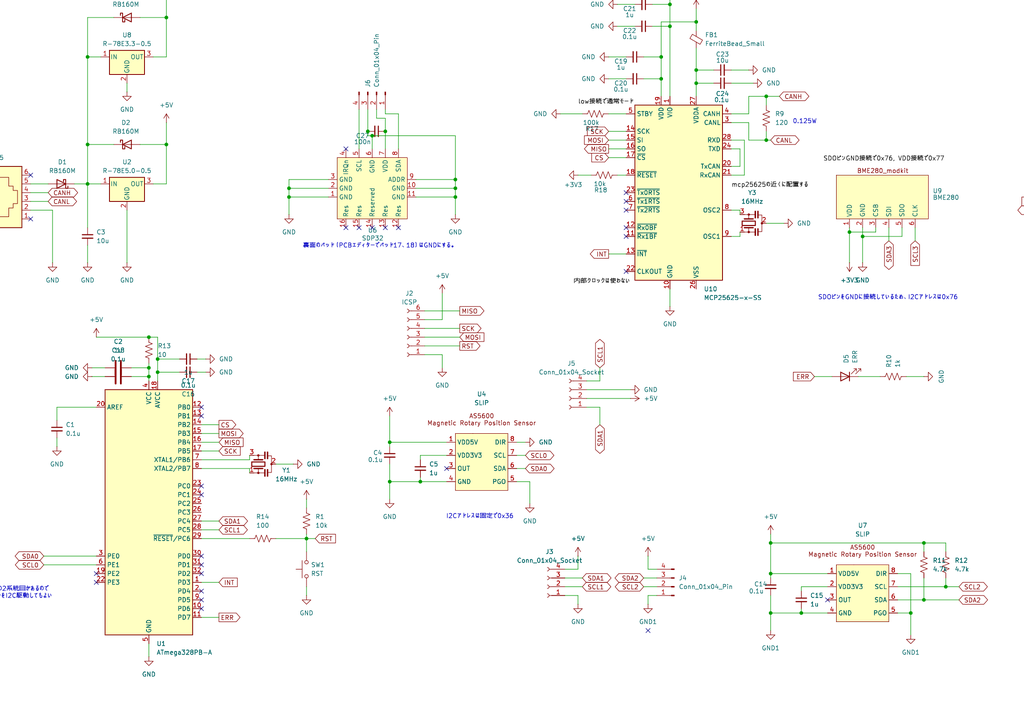
<source format=kicad_sch>
(kicad_sch (version 20250114) (generator "eeschema") (generator_version "9.0")
  (paper "A4")
  (lib_symbols
    (symbol "Connector:Conn_01x04_Pin" (pin_names (offset 1.016) (hide yes))
      (property "Reference" "J" (at 0 5.08 0))
      (property "Value" "Conn_01x04_Pin" (at 0 -7.62 0))
      (symbol "Conn_01x04_Pin_1_1"
        (pin passive line (at 5.08 2.54 180) (length 3.81) (name "Pin_1") (number "1"))
        (pin passive line (at 5.08 0 180) (length 3.81) (name "Pin_2") (number "2"))
        (pin passive line (at 5.08 -2.54 180) (length 3.81) (name "Pin_3") (number "3"))
        (pin passive line (at 5.08 -5.08 180) (length 3.81) (name "Pin_4") (number "4"))
      )
    )
    (symbol "Connector:Conn_01x04_Socket" (pin_names (offset 1.016) (hide yes))
      (property "Reference" "J" (at 0 5.08 0))
      (property "Value" "Conn_01x04_Socket" (at 0 -7.62 0))
      (symbol "Conn_01x04_Socket_1_1"
        (pin passive line (at -5.08 2.54 0) (length 3.81) (name "Pin_1") (number "1"))
        (pin passive line (at -5.08 0 0) (length 3.81) (name "Pin_2") (number "2"))
        (pin passive line (at -5.08 -2.54 0) (length 3.81) (name "Pin_3") (number "3"))
        (pin passive line (at -5.08 -5.08 0) (length 3.81) (name "Pin_4") (number "4"))
      )
    )
    (symbol "Connector:Conn_01x06_Socket" (pin_names (offset 1.016) (hide yes))
      (property "Reference" "J" (at 0 7.62 0))
      (property "Value" "Conn_01x06_Socket" (at 0 -10.16 0))
      (symbol "Conn_01x06_Socket_1_1"
        (pin passive line (at -5.08 5.08 0) (length 3.81) (name "Pin_1") (number "1"))
        (pin passive line (at -5.08 2.54 0) (length 3.81) (name "Pin_2") (number "2"))
        (pin passive line (at -5.08 0 0) (length 3.81) (name "Pin_3") (number "3"))
        (pin passive line (at -5.08 -2.54 0) (length 3.81) (name "Pin_4") (number "4"))
        (pin passive line (at -5.08 -5.08 0) (length 3.81) (name "Pin_5") (number "5"))
        (pin passive line (at -5.08 -7.62 0) (length 3.81) (name "Pin_6") (number "6"))
      )
    )
    (symbol "Connector:RJ25" (pin_names (offset 1.016))
      (property "Reference" "J" (at -5.08 11.43 0))
      (property "Value" "RJ25" (at 2.54 11.43 0))
      (symbol "RJ25_1_1"
        (pin passive line (at 10.16 7.62 180) (length 2.54) (name "~") (number "6"))
        (pin passive line (at 10.16 5.08 180) (length 2.54) (name "~") (number "5"))
        (pin passive line (at 10.16 2.54 180) (length 2.54) (name "~") (number "4"))
        (pin passive line (at 10.16 0 180) (length 2.54) (name "~") (number "3"))
        (pin passive line (at 10.16 -2.54 180) (length 2.54) (name "~") (number "2"))
        (pin passive line (at 10.16 -5.08 180) (length 2.54) (name "~") (number "1"))
      )
    )
    (symbol "Device:C" (pin_numbers (hide yes)) (pin_names (offset 0.254))
      (property "Reference" "C" (at 0.635 2.54 0))
      (property "Value" "C" (at 0.635 -2.54 0))
      (symbol "C_1_1"
        (pin passive line (at 0 3.81 270) (length 2.794) (name "~") (number "1"))
        (pin passive line (at 0 -3.81 90) (length 2.794) (name "~") (number "2"))
      )
    )
    (symbol "Device:C_Small" (pin_numbers (hide yes)) (pin_names (offset 0.254) (hide yes))
      (property "Reference" "C" (at 0.254 1.778 0))
      (property "Value" "C_Small" (at 0.254 -2.032 0))
      (symbol "C_Small_1_1"
        (pin passive line (at 0 2.54 270) (length 2.032) (name "~") (number "1"))
        (pin passive line (at 0 -2.54 90) (length 2.032) (name "~") (number "2"))
      )
    )
    (symbol "Device:D_Schottky" (pin_numbers (hide yes)) (pin_names (offset 1.016) (hide yes))
      (property "Reference" "D" (at 0 2.54 0))
      (property "Value" "D_Schottky" (at 0 -2.54 0))
      (symbol "D_Schottky_1_1"
        (pin passive line (at -3.81 0 0) (length 2.54) (name "K") (number "1"))
        (pin passive line (at 3.81 0 180) (length 2.54) (name "A") (number "2"))
      )
    )
    (symbol "Device:FerriteBead_Small" (pin_numbers (hide yes)) (pin_names (offset 0))
      (property "Reference" "FB" (at 1.905 1.27 0))
      (property "Value" "FerriteBead_Small" (at 1.905 -1.27 0))
      (symbol "FerriteBead_Small_1_1"
        (pin passive line (at 0 2.54 270) (length 1.27) (name "~") (number "1"))
        (pin passive line (at 0 -2.54 90) (length 1.27) (name "~") (number "2"))
      )
    )
    (symbol "Device:LED" (pin_numbers (hide yes)) (pin_names (offset 1.016) (hide yes))
      (property "Reference" "D" (at 0 2.54 0))
      (property "Value" "LED" (at 0 -2.54 0))
      (symbol "LED_1_1"
        (pin passive line (at -3.81 0 0) (length 2.54) (name "K") (number "1"))
        (pin passive line (at 3.81 0 180) (length 2.54) (name "A") (number "2"))
      )
    )
    (symbol "Device:R_US" (pin_numbers (hide yes)) (pin_names (offset 0))
      (property "Reference" "R" (at 2.54 0 90))
      (property "Value" "R_US" (at -2.54 0 90))
      (symbol "R_US_1_1"
        (pin passive line (at 0 3.81 270) (length 1.27) (name "~") (number "1"))
        (pin passive line (at 0 -3.81 90) (length 1.27) (name "~") (number "2"))
      )
    )
    (symbol "Device:Resonator_Small" (pin_names (offset 1.016) (hide yes))
      (property "Reference" "Y" (at 3.175 1.905 0))
      (property "Value" "Resonator_Small" (at 3.175 0 0))
      (symbol "Resonator_Small_1_1"
        (pin passive line (at -2.54 2.54 270) (length 1.27) (name "1") (number "1"))
        (pin passive line (at 0 -5.08 90) (length 1.27) (name "2") (number "2"))
        (pin passive line (at 2.54 2.54 270) (length 1.27) (name "3") (number "3"))
      )
    )
    (symbol "Interface_CAN_LIN:MCP25625-x-SS"
      (property "Reference" "U" (at -11.43 26.67 0))
      (property "Value" "MCP25625-x-SS" (at 15.24 26.67 0))
      (symbol "MCP25625-x-SS_1_1"
        (pin input line (at -15.24 22.86 0) (length 2.54) (name "STBY") (number "5"))
        (pin input line (at -15.24 17.78 0) (length 2.54) (name "SCK") (number "14"))
        (pin input line (at -15.24 15.24 0) (length 2.54) (name "SI") (number "15"))
        (pin output line (at -15.24 12.7 0) (length 2.54) (name "SO") (number "16"))
        (pin input line (at -15.24 10.16 0) (length 2.54) (name "~{CS}") (number "17"))
        (pin input line (at -15.24 5.08 0) (length 2.54) (name "~{RESET}") (number "18"))
        (pin input line (at -15.24 0 0) (length 2.54) (name "~{Tx0RTS}") (number "23"))
        (pin input line (at -15.24 -2.54 0) (length 2.54) (name "~{Tx1RTS}") (number "6"))
        (pin input line (at -15.24 -5.08 0) (length 2.54) (name "~{Tx2RTS}") (number "7"))
        (pin output line (at -15.24 -10.16 0) (length 2.54) (name "~{Rx0BF}") (number "12"))
        (pin output line (at -15.24 -12.7 0) (length 2.54) (name "~{Rx1BF}") (number "11"))
        (pin output line (at -15.24 -17.78 0) (length 2.54) (name "~{INT}") (number "13"))
        (pin output line (at -15.24 -22.86 0) (length 2.54) (name "CLKOUT") (number "22"))
        (pin power_in line (at -5.08 27.94 270) (length 2.54) (name "VDD") (number "19"))
        (pin power_in line (at -2.54 27.94 270) (length 2.54) (name "VIO") (number "1"))
        (pin power_in line (at -2.54 -27.94 90) (length 2.54) (name "GND") (number "10"))
        (pin power_in line (at 5.08 27.94 270) (length 2.54) (name "VDDA") (number "27"))
        (pin power_in line (at 5.08 -27.94 90) (length 2.54) (name "VSS") (number "26"))
        (pin no_connect line (at 12.7 -15.24 180) (length 2.54) (hide yes) (name "NC") (number "2"))
        (pin no_connect line (at 12.7 -17.78 180) (length 2.54) (hide yes) (name "NC") (number "25"))
        (pin bidirectional line (at 15.24 22.86 180) (length 2.54) (name "CANH") (number "4"))
        (pin bidirectional line (at 15.24 20.32 180) (length 2.54) (name "CANL") (number "3"))
        (pin output line (at 15.24 15.24 180) (length 2.54) (name "RXD") (number "28"))
        (pin input line (at 15.24 12.7 180) (length 2.54) (name "TXD") (number "24"))
        (pin output line (at 15.24 7.62 180) (length 2.54) (name "TxCAN") (number "20"))
        (pin input line (at 15.24 5.08 180) (length 2.54) (name "RxCAN") (number "21"))
        (pin output line (at 15.24 -5.08 180) (length 2.54) (name "OSC2") (number "8"))
        (pin input line (at 15.24 -12.7 180) (length 2.54) (name "OSC1") (number "9"))
      )
    )
    (symbol "KUBTSS:FXMA2102"
      (property "Reference" "U" (at 0 1.778 0))
      (symbol "FXMA2102_1_1"
        (pin input line (at -7.62 -10.16 0) (length 2.54) (name "A0") (number "2"))
        (pin input line (at -7.62 -12.7 0) (length 2.54) (name "A1") (number "3"))
        (pin input line (at -7.62 -17.78 0) (length 2.54) (name "OE") (number "５"))
        (pin input line (at -2.54 0 270) (length 2.54) (name "VCCA") (number "1"))
        (pin input line (at 0 -22.86 90) (length 2.54) (name "GND") (number "4"))
        (pin input line (at 2.54 0 270) (length 2.54) (name "VCCB") (number "8"))
        (pin input line (at 7.62 -10.16 180) (length 2.54) (name "B0") (number "6"))
        (pin input line (at 7.62 -12.7 180) (length 2.54) (name "B1") (number "7"))
      )
    )
    (symbol "KUBTSS:SDP32"
      (property "Reference" "U" (at 0 14.986 0))
      (symbol "SDP32_1_1"
        (pin input line (at -12.7 1.27 0) (length 2.54) (name "GND") (number "3"))
        (pin input line (at -12.7 -1.27 0) (length 2.54) (name "GND") (number "2"))
        (pin input line (at -12.7 -3.81 0) (length 2.54) (name "GND") (number "1"))
        (pin input line (at -7.62 10.16 270) (length 2.54) (name "IRQn") (number "4"))
        (pin input line (at -7.62 -12.7 90) (length 2.54) (name "Res") (number "16"))
        (pin input line (at -3.81 10.16 270) (length 2.54) (name "SCL") (number "5"))
        (pin input line (at -3.81 -12.7 90) (length 2.54) (name "Res") (number "15"))
        (pin input line (at 0 10.16 270) (length 2.54) (name "GND") (number "6"))
        (pin input line (at 0 -12.7 90) (length 2.54) (name "Reserved") (number "14"))
        (pin input line (at 3.81 10.16 270) (length 2.54) (name "VDD") (number "7"))
        (pin input line (at 3.81 -12.7 90) (length 2.54) (name "Res") (number "13"))
        (pin input line (at 7.62 10.16 270) (length 2.54) (name "SDA") (number "8"))
        (pin input line (at 7.62 -12.7 90) (length 2.54) (name "Res") (number "12"))
        (pin input line (at 12.7 1.27 180) (length 2.54) (name "ADDR") (number "9"))
        (pin input line (at 12.7 -1.27 180) (length 2.54) (name "GND") (number "10"))
        (pin input line (at 12.7 -3.81 180) (length 2.54) (name "GND") (number "11"))
      )
    )
    (symbol "KUBTSS_parts:AS5600"
      (property "Reference" "U" (at 0 13.716 0))
      (symbol "AS5600_1_1"
        (text "AS5600\nMagnetic Rotary Position Sensor" (at 0 10.414 0) (effects (font (size 1.27 1.27))))
        (pin input line (at -10.16 3.81 0) (length 2.54) (name "VDD5V") (number "1"))
        (pin input line (at -10.16 0 0) (length 2.54) (name "VDD3V3") (number "2"))
        (pin input line (at -10.16 -3.81 0) (length 2.54) (name "OUT") (number "3"))
        (pin input line (at -10.16 -7.62 0) (length 2.54) (name "GND") (number "4"))
        (pin input line (at 10.16 3.81 180) (length 2.54) (name "DIR") (number "8"))
        (pin input line (at 10.16 0 180) (length 2.54) (name "SCL") (number "7"))
        (pin input line (at 10.16 -3.81 180) (length 2.54) (name "SDA") (number "6"))
        (pin input line (at 10.16 -7.62 180) (length 2.54) (name "PGO") (number "5"))
      )
    )
    (symbol "KUBTSS_parts:Temp_AE-BME280"
      (property "Reference" "U" (at 0 12.192 0))
      (symbol "Temp_AE-BME280_1_1"
        (text "BME280_modkit" (at -0.508 10.16 0) (effects (font (size 1.27 1.27))))
        (pin input line (at -10.16 -6.35 90) (length 2.54) (name "VDD") (number "1"))
        (pin input line (at -6.35 -6.35 90) (length 2.54) (name "GND") (number "2"))
        (pin input line (at -2.54 -6.35 90) (length 2.54) (name "CSB") (number "3"))
        (pin input line (at 1.27 -6.35 90) (length 2.54) (name "SDI") (number "4"))
        (pin input line (at 5.08 -6.35 90) (length 2.54) (name "SDO") (number "5"))
        (pin input line (at 8.89 -6.35 90) (length 2.54) (name "CLK") (number "6"))
      )
    )
    (symbol "MCU_Microchip_ATmega:ATmega328PB-A"
      (property "Reference" "U" (at -12.7 36.83 0))
      (property "Value" "ATmega328PB-A" (at 2.54 -36.83 0))
      (symbol "ATmega328PB-A_1_1"
        (pin passive line (at -15.24 30.48 0) (length 2.54) (name "AREF") (number "20"))
        (pin bidirectional line (at -15.24 -12.7 0) (length 2.54) (name "PE0") (number "3"))
        (pin bidirectional line (at -15.24 -15.24 0) (length 2.54) (name "PE1") (number "6"))
        (pin bidirectional line (at -15.24 -17.78 0) (length 2.54) (name "PE2") (number "19"))
        (pin bidirectional line (at -15.24 -20.32 0) (length 2.54) (name "PE3") (number "22"))
        (pin power_in line (at 0 38.1 270) (length 2.54) (name "VCC") (number "4"))
        (pin passive line (at 0 -38.1 90) (length 2.54) (hide yes) (name "GND") (number "21"))
        (pin power_in line (at 0 -38.1 90) (length 2.54) (name "GND") (number "5"))
        (pin power_in line (at 2.54 38.1 270) (length 2.54) (name "AVCC") (number "18"))
        (pin bidirectional line (at 15.24 30.48 180) (length 2.54) (name "PB0") (number "12"))
        (pin bidirectional line (at 15.24 27.94 180) (length 2.54) (name "PB1") (number "13"))
        (pin bidirectional line (at 15.24 25.4 180) (length 2.54) (name "PB2") (number "14"))
        (pin bidirectional line (at 15.24 22.86 180) (length 2.54) (name "PB3") (number "15"))
        (pin bidirectional line (at 15.24 20.32 180) (length 2.54) (name "PB4") (number "16"))
        (pin bidirectional line (at 15.24 17.78 180) (length 2.54) (name "PB5") (number "17"))
        (pin bidirectional line (at 15.24 15.24 180) (length 2.54) (name "XTAL1/PB6") (number "7"))
        (pin bidirectional line (at 15.24 12.7 180) (length 2.54) (name "XTAL2/PB7") (number "8"))
        (pin bidirectional line (at 15.24 7.62 180) (length 2.54) (name "PC0") (number "23"))
        (pin bidirectional line (at 15.24 5.08 180) (length 2.54) (name "PC1") (number "24"))
        (pin bidirectional line (at 15.24 2.54 180) (length 2.54) (name "PC2") (number "25"))
        (pin bidirectional line (at 15.24 0 180) (length 2.54) (name "PC3") (number "26"))
        (pin bidirectional line (at 15.24 -2.54 180) (length 2.54) (name "PC4") (number "27"))
        (pin bidirectional line (at 15.24 -5.08 180) (length 2.54) (name "PC5") (number "28"))
        (pin bidirectional line (at 15.24 -7.62 180) (length 2.54) (name "~{RESET}/PC6") (number "29"))
        (pin bidirectional line (at 15.24 -12.7 180) (length 2.54) (name "PD0") (number "30"))
        (pin bidirectional line (at 15.24 -15.24 180) (length 2.54) (name "PD1") (number "31"))
        (pin bidirectional line (at 15.24 -17.78 180) (length 2.54) (name "PD2") (number "32"))
        (pin bidirectional line (at 15.24 -20.32 180) (length 2.54) (name "PD3") (number "1"))
        (pin bidirectional line (at 15.24 -22.86 180) (length 2.54) (name "PD4") (number "2"))
        (pin bidirectional line (at 15.24 -25.4 180) (length 2.54) (name "PD5") (number "9"))
        (pin bidirectional line (at 15.24 -27.94 180) (length 2.54) (name "PD6") (number "10"))
        (pin bidirectional line (at 15.24 -30.48 180) (length 2.54) (name "PD7") (number "11"))
      )
    )
    (symbol "Regulator_Switching:R-78E5.0-0.5" (pin_names (offset 0.254))
      (property "Reference" "U" (at -3.81 3.175 0))
      (property "Value" "R-78E5.0-0.5" (at 0 3.175 0))
      (symbol "R-78E5.0-0.5_1_1"
        (pin power_in line (at -7.62 0 0) (length 2.54) (name "IN") (number "1"))
        (pin power_in line (at 0 -7.62 90) (length 2.54) (name "GND") (number "2"))
        (pin power_out line (at 7.62 0 180) (length 2.54) (name "OUT") (number "3"))
      )
    )
    (symbol "Switch:SW_Push" (pin_numbers (hide yes)) (pin_names (offset 1.016) (hide yes))
      (property "Reference" "SW" (at 1.27 2.54 0))
      (property "Value" "SW_Push" (at 0 -1.524 0))
      (symbol "SW_Push_0_1"
        (pin passive line (at -5.08 0 0) (length 2.54) (name "1") (number "1"))
        (pin passive line (at 5.08 0 180) (length 2.54) (name "2") (number "2"))
      )
    )
    (symbol "power:+3V3" (power) (pin_numbers (hide yes)) (pin_names (offset 0) (hide yes))
      (property "Value" "+3V3" (at 0 3.556 0))
      (symbol "+3V3_1_1"
        (pin power_in line (at 0 0 90) (length 0) (name "~") (number "1"))
      )
    )
    (symbol "power:+5V" (power) (pin_numbers (hide yes)) (pin_names (offset 0) (hide yes))
      (property "Value" "+5V" (at 0 3.556 0))
      (symbol "+5V_1_1"
        (pin power_in line (at 0 0 90) (length 0) (name "~") (number "1"))
      )
    )
    (symbol "power:+5VA" (power) (pin_numbers (hide yes)) (pin_names (offset 0) (hide yes))
      (property "Value" "+5VA" (at 0 3.556 0))
      (symbol "+5VA_1_1"
        (pin power_in line (at 0 0 90) (length 0) (name "~") (number "1"))
      )
    )
    (symbol "power:GND" (power) (pin_numbers (hide yes)) (pin_names (offset 0) (hide yes))
      (property "Value" "GND" (at 0 -3.81 0))
      (symbol "GND_1_1"
        (pin power_in line (at 0 0 270) (length 0) (name "~") (number "1"))
      )
    )
    (symbol "power:GND1" (power) (pin_numbers (hide yes)) (pin_names (offset 0) (hide yes))
      (property "Value" "GND1" (at 0 -3.81 0))
      (symbol "GND1_1_1"
        (pin power_in line (at 0 0 270) (length 0) (name "~") (number "1"))
      )
    )
  )
  (text "I2Cアドレスは固定で0x36" (at 139.192 149.86 0) (effects (font (size 1.27 1.27))))
  (text "裏面のパッド（PCBエディターでパッド17、18）はGNDにする。" (at 109.982 71.374 0) (effects (font (size 1.27 1.27))))
  (text "こっちにTWIの2系統目があるので\nAS5600二つをI2C駆動してもよい" (at 2.54 171.958 0) (effects (font (size 1.27 1.27))))
  (text "0.125W\n" (at 233.426 35.306 0) (effects (font (size 1.27 1.27))))
  (text "R5をはがす\n" (at 318.008 72.136 0) (effects (font (size 1.27 1.27))))
  (text "SDOピンをGNDに接続しているため、I2Cアドレスは0x76" (at 257.556 86.36 0) (effects (font (size 1.27 1.27))))
  (junction (at 307.34 60.96))
  (junction (at 43.18 106.68))
  (junction (at 25.4 41.91))
  (junction (at 250.19 68.58))
  (junction (at 113.03 139.7))
  (junction (at 267.97 173.99))
  (junction (at 132.08 54.61))
  (junction (at 223.52 157.48))
  (junction (at 194.31 1.27))
  (junction (at 222.25 27.94))
  (junction (at 132.08 52.07))
  (junction (at 232.41 177.8))
  (junction (at 336.55 58.42))
  (junction (at 222.25 40.64))
  (junction (at 194.31 7.62))
  (junction (at 111.76 38.1))
  (junction (at 223.52 177.8))
  (junction (at 25.4 16.51))
  (junction (at 191.77 16.51))
  (junction (at 45.72 104.14))
  (junction (at 311.15 40.64))
  (junction (at 88.9 156.21))
  (junction (at 43.18 97.79))
  (junction (at 341.63 40.64))
  (junction (at 341.63 60.96))
  (junction (at 264.16 177.8))
  (junction (at 45.72 107.95))
  (junction (at 132.08 57.15))
  (junction (at 83.82 54.61))
  (junction (at 311.15 58.42))
  (junction (at 223.52 166.37))
  (junction (at 121.92 139.7))
  (junction (at 107.95 39.37))
  (junction (at 113.03 128.27))
  (junction (at 201.93 24.13))
  (junction (at 336.55 40.64))
  (junction (at 191.77 22.86))
  (junction (at 106.68 38.1))
  (junction (at 43.18 109.22))
  (junction (at 246.38 67.31))
  (junction (at 201.93 6.35))
  (junction (at 48.26 41.91))
  (junction (at 25.4 53.34))
  (junction (at 48.26 5.08))
  (junction (at 83.82 57.15))
  (junction (at 274.32 170.18))
  (junction (at 201.93 20.32))
  (junction (at 267.97 157.48))
  (junction (at 314.96 40.64))
  (no_connect (at 187.96 182.88))
  (no_connect (at 104.14 66.04))
  (no_connect (at 58.42 120.65))
  (no_connect (at 100.33 43.18))
  (no_connect (at 181.61 78.74))
  (no_connect (at 107.95 66.04))
  (no_connect (at 58.42 173.99))
  (no_connect (at 181.61 60.96))
  (no_connect (at 8.89 50.8))
  (no_connect (at 58.42 118.11))
  (no_connect (at 58.42 161.29))
  (no_connect (at 27.94 166.37))
  (no_connect (at 181.61 66.04))
  (no_connect (at 58.42 140.97))
  (no_connect (at 58.42 166.37))
  (no_connect (at 8.89 63.5))
  (no_connect (at 100.33 66.04))
  (no_connect (at 27.94 168.91))
  (no_connect (at 240.03 173.99))
  (no_connect (at 129.54 135.89))
  (no_connect (at 58.42 176.53))
  (no_connect (at 58.42 163.83))
  (no_connect (at 58.42 143.51))
  (no_connect (at 181.61 68.58))
  (no_connect (at 115.57 66.04))
  (no_connect (at 181.61 55.88))
  (no_connect (at 58.42 171.45))
  (no_connect (at 181.61 58.42))
  (no_connect (at 111.76 66.04))
  (wire (pts (xy 232.41 177.8) (xy 240.03 177.8)))
  (wire (pts (xy 240.03 170.18) (xy 232.41 170.18)))
  (wire (pts (xy 214.63 68.58) (xy 212.09 68.58)))
  (wire (pts (xy 132.08 54.61) (xy 120.65 54.61)))
  (wire (pts (xy 232.41 176.53) (xy 232.41 177.8)))
  (wire (pts (xy 123.19 90.17) (xy 133.35 90.17)))
  (wire (pts (xy 214.63 60.96) (xy 214.63 62.23)))
  (wire (pts (xy 187.96 172.72) (xy 187.96 175.26)))
  (wire (pts (xy 58.42 179.07) (xy 63.5 179.07)))
  (wire (pts (xy 217.17 33.02) (xy 212.09 33.02)))
  (wire (pts (xy 201.93 20.32) (xy 201.93 24.13)))
  (wire (pts (xy 43.18 186.69) (xy 43.18 190.5)))
  (wire (pts (xy 106.68 38.1) (xy 106.68 39.37)))
  (wire (pts (xy 261.62 68.58) (xy 250.19 68.58)))
  (wire (pts (xy 167.64 50.8) (xy 171.45 50.8)))
  (wire (pts (xy 194.31 83.82) (xy 194.31 88.9)))
  (wire (pts (xy 25.4 16.51) (xy 29.21 16.51)))
  (wire (pts (xy 214.63 67.31) (xy 214.63 68.58)))
  (wire (pts (xy 152.4 135.89) (xy 149.86 135.89)))
  (wire (pts (xy 189.23 7.62) (xy 194.31 7.62)))
  (wire (pts (xy 59.69 104.14) (xy 57.15 104.14)))
  (wire (pts (xy 38.1 106.68) (xy 43.18 106.68)))
  (wire (pts (xy 83.82 52.07) (xy 95.25 52.07)))
  (wire (pts (xy 223.52 172.72) (xy 223.52 177.8)))
  (wire (pts (xy 132.08 57.15) (xy 120.65 57.15)))
  (wire (pts (xy 341.63 60.96) (xy 345.44 60.96)))
  (wire (pts (xy 179.07 1.27) (xy 184.15 1.27)))
  (wire (pts (xy 215.9 40.64) (xy 215.9 50.8)))
  (wire (pts (xy 8.89 53.34) (xy 13.97 53.34)))
  (wire (pts (xy 36.83 60.96) (xy 36.83 76.2)))
  (wire (pts (xy 111.76 38.1) (xy 111.76 43.18)))
  (wire (pts (xy 149.86 128.27) (xy 152.4 128.27)))
  (wire (pts (xy 88.9 156.21) (xy 88.9 160.02)))
  (wire (pts (xy 212.09 40.64) (xy 215.9 40.64)))
  (wire (pts (xy 317.5 66.04) (xy 314.96 66.04)))
  (wire (pts (xy 80.01 156.21) (xy 88.9 156.21)))
  (wire (pts (xy 223.52 166.37) (xy 240.03 166.37)))
  (wire (pts (xy 123.19 95.25) (xy 133.35 95.25)))
  (wire (pts (xy 246.38 66.04) (xy 246.38 67.31)))
  (wire (pts (xy 132.08 52.07) (xy 132.08 54.61)))
  (wire (pts (xy 222.25 27.94) (xy 222.25 30.48)))
  (wire (pts (xy 214.63 43.18) (xy 214.63 48.26)))
  (wire (pts (xy 267.97 167.64) (xy 267.97 173.99)))
  (wire (pts (xy 167.64 165.1) (xy 163.83 165.1)))
  (wire (pts (xy 186.69 170.18) (xy 190.5 170.18)))
  (wire (pts (xy 149.86 132.08) (xy 152.4 132.08)))
  (wire (pts (xy 83.82 57.15) (xy 95.25 57.15)))
  (wire (pts (xy 113.03 128.27) (xy 113.03 129.54)))
  (wire (pts (xy 260.35 173.99) (xy 267.97 173.99)))
  (wire (pts (xy 149.86 139.7) (xy 153.67 139.7)))
  (wire (pts (xy 8.89 60.96) (xy 15.24 60.96)))
  (wire (pts (xy 267.97 157.48) (xy 223.52 157.48)))
  (wire (pts (xy 48.26 35.56) (xy 48.26 41.91)))
  (wire (pts (xy 111.76 34.29) (xy 111.76 38.1)))
  (wire (pts (xy 267.97 160.02) (xy 267.97 157.48)))
  (wire (pts (xy 121.92 132.08) (xy 121.92 133.35)))
  (wire (pts (xy 176.53 40.64) (xy 181.61 40.64)))
  (wire (pts (xy 25.4 53.34) (xy 29.21 53.34)))
  (wire (pts (xy 173.99 106.68) (xy 173.99 110.49)))
  (wire (pts (xy 173.99 123.19) (xy 173.99 118.11)))
  (wire (pts (xy 58.42 156.21) (xy 72.39 156.21)))
  (wire (pts (xy 25.4 71.12) (xy 25.4 76.2)))
  (wire (pts (xy 212.09 24.13) (xy 218.44 24.13)))
  (wire (pts (xy 341.63 40.64) (xy 341.63 48.26)))
  (wire (pts (xy 25.4 16.51) (xy 25.4 41.91)))
  (wire (pts (xy 191.77 6.35) (xy 201.93 6.35)))
  (wire (pts (xy 80.01 134.62) (xy 85.09 134.62)))
  (wire (pts (xy 322.58 40.64) (xy 322.58 48.26)))
  (wire (pts (xy 58.42 128.27) (xy 63.5 128.27)))
  (wire (pts (xy 113.03 139.7) (xy 121.92 139.7)))
  (wire (pts (xy 48.26 16.51) (xy 44.45 16.51)))
  (wire (pts (xy 179.07 50.8) (xy 181.61 50.8)))
  (wire (pts (xy 113.03 128.27) (xy 129.54 128.27)))
  (wire (pts (xy 83.82 54.61) (xy 95.25 54.61)))
  (wire (pts (xy 27.94 97.79) (xy 43.18 97.79)))
  (wire (pts (xy 250.19 68.58) (xy 250.19 76.2)))
  (wire (pts (xy 223.52 177.8) (xy 223.52 182.88)))
  (wire (pts (xy 189.23 1.27) (xy 194.31 1.27)))
  (wire (pts (xy 176.53 33.02) (xy 181.61 33.02)))
  (wire (pts (xy 173.99 118.11) (xy 170.18 118.11)))
  (wire (pts (xy 132.08 54.61) (xy 132.08 57.15)))
  (wire (pts (xy 113.03 120.65) (xy 113.03 128.27)))
  (wire (pts (xy 43.18 109.22) (xy 43.18 110.49)))
  (wire (pts (xy 58.42 153.67) (xy 63.5 153.67)))
  (wire (pts (xy 190.5 165.1) (xy 187.96 165.1)))
  (wire (pts (xy 317.5 60.96) (xy 307.34 60.96)))
  (wire (pts (xy 8.89 58.42) (xy 13.97 58.42)))
  (wire (pts (xy 250.19 66.04) (xy 250.19 68.58)))
  (wire (pts (xy 123.19 102.87) (xy 128.27 102.87)))
  (wire (pts (xy 43.18 106.68) (xy 43.18 109.22)))
  (wire (pts (xy 194.31 -2.54) (xy 194.31 1.27)))
  (wire (pts (xy 45.72 104.14) (xy 52.07 104.14)))
  (wire (pts (xy 106.68 39.37) (xy 107.95 39.37)))
  (wire (pts (xy 267.97 157.48) (xy 274.32 157.48)))
  (wire (pts (xy 176.53 43.18) (xy 181.61 43.18)))
  (wire (pts (xy 25.4 41.91) (xy 25.4 53.34)))
  (wire (pts (xy 115.57 33.02) (xy 115.57 43.18)))
  (wire (pts (xy 217.17 40.64) (xy 217.17 35.56)))
  (wire (pts (xy 215.9 50.8) (xy 212.09 50.8)))
  (wire (pts (xy 111.76 31.75) (xy 111.76 33.02)))
  (wire (pts (xy 223.52 166.37) (xy 223.52 167.64)))
  (wire (pts (xy 45.72 104.14) (xy 45.72 107.95)))
  (wire (pts (xy 186.69 22.86) (xy 191.77 22.86)))
  (wire (pts (xy 314.96 40.64) (xy 314.96 38.1)))
  (wire (pts (xy 38.1 109.22) (xy 43.18 109.22)))
  (wire (pts (xy 341.63 55.88) (xy 341.63 60.96)))
  (wire (pts (xy 43.18 97.79) (xy 45.72 97.79)))
  (wire (pts (xy 8.89 55.88) (xy 13.97 55.88)))
  (wire (pts (xy 111.76 33.02) (xy 115.57 33.02)))
  (wire (pts (xy 83.82 54.61) (xy 83.82 57.15)))
  (wire (pts (xy 109.22 34.29) (xy 111.76 34.29)))
  (wire (pts (xy 307.34 60.96) (xy 303.53 60.96)))
  (wire (pts (xy 260.35 170.18) (xy 274.32 170.18)))
  (wire (pts (xy 214.63 48.26) (xy 212.09 48.26)))
  (wire (pts (xy 212.09 60.96) (xy 214.63 60.96)))
  (wire (pts (xy 167.64 161.29) (xy 167.64 165.1)))
  (wire (pts (xy 332.74 58.42) (xy 336.55 58.42)))
  (wire (pts (xy 176.53 22.86) (xy 181.61 22.86)))
  (wire (pts (xy 325.12 71.12) (xy 325.12 78.74)))
  (wire (pts (xy 120.65 52.07) (xy 132.08 52.07)))
  (wire (pts (xy 170.18 115.57) (xy 182.88 115.57)))
  (wire (pts (xy 254 66.04) (xy 254 67.31)))
  (wire (pts (xy 176.53 45.72) (xy 181.61 45.72)))
  (wire (pts (xy 58.42 135.89) (xy 72.39 135.89)))
  (wire (pts (xy 123.19 97.79) (xy 133.35 97.79)))
  (wire (pts (xy 223.52 157.48) (xy 223.52 166.37)))
  (wire (pts (xy 186.69 16.51) (xy 191.77 16.51)))
  (wire (pts (xy 274.32 170.18) (xy 278.13 170.18)))
  (wire (pts (xy 33.02 41.91) (xy 25.4 41.91)))
  (wire (pts (xy 83.82 52.07) (xy 83.82 54.61)))
  (wire (pts (xy 132.08 57.15) (xy 132.08 62.23)))
  (wire (pts (xy 83.82 57.15) (xy 83.82 62.23)))
  (wire (pts (xy 187.96 165.1) (xy 187.96 161.29)))
  (wire (pts (xy 260.35 166.37) (xy 264.16 166.37)))
  (wire (pts (xy 121.92 139.7) (xy 129.54 139.7)))
  (wire (pts (xy 222.25 40.64) (xy 217.17 40.64)))
  (wire (pts (xy 36.83 24.13) (xy 36.83 26.67)))
  (wire (pts (xy 48.26 -1.27) (xy 48.26 5.08)))
  (wire (pts (xy 194.31 1.27) (xy 194.31 7.62)))
  (wire (pts (xy 88.9 154.94) (xy 88.9 156.21)))
  (wire (pts (xy 274.32 167.64) (xy 274.32 170.18)))
  (wire (pts (xy 88.9 144.78) (xy 88.9 147.32)))
  (wire (pts (xy 43.18 105.41) (xy 43.18 106.68)))
  (wire (pts (xy 303.53 58.42) (xy 311.15 58.42)))
  (wire (pts (xy 314.96 40.64) (xy 322.58 40.64)))
  (wire (pts (xy 26.67 109.22) (xy 30.48 109.22)))
  (wire (pts (xy 327.66 40.64) (xy 327.66 48.26)))
  (wire (pts (xy 307.34 55.88) (xy 307.34 60.96)))
  (wire (pts (xy 58.42 133.35) (xy 72.39 133.35)))
  (wire (pts (xy 223.52 177.8) (xy 232.41 177.8)))
  (wire (pts (xy 264.16 177.8) (xy 264.16 184.15)))
  (wire (pts (xy 336.55 40.64) (xy 336.55 48.26)))
  (wire (pts (xy 191.77 16.51) (xy 191.77 22.86)))
  (wire (pts (xy 123.19 100.33) (xy 133.35 100.33)))
  (wire (pts (xy 336.55 58.42) (xy 340.36 58.42)))
  (wire (pts (xy 163.83 167.64) (xy 168.91 167.64)))
  (wire (pts (xy 128.27 92.71) (xy 128.27 85.09)))
  (wire (pts (xy 58.42 125.73) (xy 63.5 125.73)))
  (wire (pts (xy 104.14 31.75) (xy 104.14 43.18)))
  (wire (pts (xy 186.69 167.64) (xy 190.5 167.64)))
  (wire (pts (xy 191.77 22.86) (xy 191.77 27.94)))
  (wire (pts (xy 52.07 107.95) (xy 45.72 107.95)))
  (wire (pts (xy 58.42 123.19) (xy 63.5 123.19)))
  (wire (pts (xy 217.17 27.94) (xy 222.25 27.94)))
  (wire (pts (xy 246.38 67.31) (xy 246.38 76.2)))
  (wire (pts (xy 248.92 109.22) (xy 255.27 109.22)))
  (wire (pts (xy 311.15 40.64) (xy 311.15 48.26)))
  (wire (pts (xy 201.93 13.97) (xy 201.93 20.32)))
  (wire (pts (xy 222.25 64.77) (xy 227.33 64.77)))
  (wire (pts (xy 341.63 40.64) (xy 346.71 40.64)))
  (wire (pts (xy 194.31 7.62) (xy 194.31 27.94)))
  (wire (pts (xy 307.34 40.64) (xy 311.15 40.64)))
  (wire (pts (xy 265.43 66.04) (xy 265.43 69.85)))
  (wire (pts (xy 113.03 134.62) (xy 113.03 139.7)))
  (wire (pts (xy 12.7 161.29) (xy 27.94 161.29)))
  (wire (pts (xy 40.64 41.91) (xy 48.26 41.91)))
  (wire (pts (xy 170.18 113.03) (xy 182.88 113.03)))
  (wire (pts (xy 222.25 27.94) (xy 226.06 27.94)))
  (wire (pts (xy 162.56 33.02) (xy 168.91 33.02)))
  (wire (pts (xy 176.53 38.1) (xy 181.61 38.1)))
  (wire (pts (xy 153.67 139.7) (xy 153.67 146.05)))
  (wire (pts (xy 132.08 52.07) (xy 132.08 39.37)))
  (wire (pts (xy 15.24 60.96) (xy 15.24 76.2)))
  (wire (pts (xy 274.32 157.48) (xy 274.32 160.02)))
  (wire (pts (xy 190.5 172.72) (xy 187.96 172.72)))
  (wire (pts (xy 201.93 24.13) (xy 201.93 27.94)))
  (wire (pts (xy 207.01 20.32) (xy 201.93 20.32)))
  (wire (pts (xy 267.97 173.99) (xy 278.13 173.99)))
  (wire (pts (xy 311.15 58.42) (xy 317.5 58.42)))
  (wire (pts (xy 311.15 40.64) (xy 314.96 40.64)))
  (wire (pts (xy 261.62 66.04) (xy 261.62 68.58)))
  (wire (pts (xy 132.08 39.37) (xy 107.95 39.37)))
  (wire (pts (xy 201.93 24.13) (xy 207.01 24.13)))
  (wire (pts (xy 236.22 109.22) (xy 241.3 109.22)))
  (wire (pts (xy 16.51 127) (xy 16.51 129.54)))
  (wire (pts (xy 307.34 40.64) (xy 307.34 48.26)))
  (wire (pts (xy 217.17 35.56) (xy 212.09 35.56)))
  (wire (pts (xy 179.07 7.62) (xy 184.15 7.62)))
  (wire (pts (xy 72.39 133.35) (xy 72.39 132.08)))
  (wire (pts (xy 16.51 118.11) (xy 27.94 118.11)))
  (wire (pts (xy 128.27 102.87) (xy 128.27 106.68)))
  (wire (pts (xy 107.95 39.37) (xy 107.95 43.18)))
  (wire (pts (xy 121.92 138.43) (xy 121.92 139.7)))
  (wire (pts (xy 88.9 156.21) (xy 91.44 156.21)))
  (wire (pts (xy 106.68 31.75) (xy 106.68 38.1)))
  (wire (pts (xy 217.17 27.94) (xy 217.17 33.02)))
  (wire (pts (xy 201.93 6.35) (xy 201.93 8.89)))
  (wire (pts (xy 223.52 154.94) (xy 223.52 157.48)))
  (wire (pts (xy 40.64 5.08) (xy 48.26 5.08)))
  (wire (pts (xy 48.26 53.34) (xy 44.45 53.34)))
  (wire (pts (xy 58.42 168.91) (xy 63.5 168.91)))
  (wire (pts (xy 173.99 110.49) (xy 170.18 110.49)))
  (wire (pts (xy 59.69 107.95) (xy 57.15 107.95)))
  (wire (pts (xy 212.09 43.18) (xy 214.63 43.18)))
  (wire (pts (xy 257.81 66.04) (xy 257.81 69.85)))
  (wire (pts (xy 264.16 166.37) (xy 264.16 177.8)))
  (wire (pts (xy 176.53 73.66) (xy 181.61 73.66)))
  (wire (pts (xy 48.26 5.08) (xy 48.26 16.51)))
  (wire (pts (xy 26.67 106.68) (xy 30.48 106.68)))
  (wire (pts (xy 222.25 38.1) (xy 222.25 40.64)))
  (wire (pts (xy 232.41 170.18) (xy 232.41 171.45)))
  (wire (pts (xy 33.02 5.08) (xy 25.4 5.08)))
  (wire (pts (xy 163.83 170.18) (xy 168.91 170.18)))
  (wire (pts (xy 72.39 135.89) (xy 72.39 137.16)))
  (wire (pts (xy 254 67.31) (xy 246.38 67.31)))
  (wire (pts (xy 336.55 40.64) (xy 341.63 40.64)))
  (wire (pts (xy 88.9 170.18) (xy 88.9 172.72)))
  (wire (pts (xy 123.19 92.71) (xy 128.27 92.71)))
  (wire (pts (xy 262.89 109.22) (xy 267.97 109.22)))
  (wire (pts (xy 45.72 107.95) (xy 45.72 110.49)))
  (wire (pts (xy 25.4 5.08) (xy 25.4 16.51)))
  (wire (pts (xy 21.59 53.34) (xy 25.4 53.34)))
  (wire (pts (xy 113.03 139.7) (xy 113.03 144.78)))
  (wire (pts (xy 25.4 53.34) (xy 25.4 66.04)))
  (wire (pts (xy 201.93 2.54) (xy 201.93 6.35)))
  (wire (pts (xy 314.96 40.64) (xy 314.96 66.04)))
  (wire (pts (xy 16.51 118.11) (xy 16.51 121.92)))
  (wire (pts (xy 48.26 41.91) (xy 48.26 53.34)))
  (wire (pts (xy 58.42 151.13) (xy 63.5 151.13)))
  (wire (pts (xy 217.17 20.32) (xy 212.09 20.32)))
  (wire (pts (xy 332.74 60.96) (xy 341.63 60.96)))
  (wire (pts (xy 109.22 31.75) (xy 109.22 34.29)))
  (wire (pts (xy 223.52 40.64) (xy 222.25 40.64)))
  (wire (pts (xy 191.77 6.35) (xy 191.77 16.51)))
  (wire (pts (xy 12.7 163.83) (xy 27.94 163.83)))
  (wire (pts (xy 58.42 130.81) (xy 63.5 130.81)))
  (wire (pts (xy 336.55 55.88) (xy 336.55 58.42)))
  (wire (pts (xy 260.35 177.8) (xy 264.16 177.8)))
  (wire (pts (xy 346.71 40.64) (xy 346.71 35.56)))
  (wire (pts (xy 45.72 97.79) (xy 45.72 104.14)))
  (wire (pts (xy 327.66 40.64) (xy 336.55 40.64)))
  (wire (pts (xy 311.15 55.88) (xy 311.15 58.42)))
  (wire (pts (xy 176.53 16.51) (xy 181.61 16.51)))
  (wire (pts (xy 167.64 172.72) (xy 167.64 175.26)))
  (wire (pts (xy 163.83 172.72) (xy 167.64 172.72)))
  (wire (pts (xy 129.54 132.08) (xy 121.92 132.08)))
  (label "low接続で通常モード" (at 167.64 30.48 0))
  (label "SDOピンGND接続で0x76, VDD接続で0x77" (at 238.76 46.99 0))
  (label "内部クロックは使わない" (at 166.37 82.55 0))
  (label "mcp25625の近くに配置する" (at 212.09 54.61 0))
  (global_label "CS" (shape input) (at 176.53 45.72 180) (property "Intersheetrefs" "${INTERSHEET_REFS}" (effects (hide yes))))
  (global_label "SCL0" (shape bidirectional) (at 12.7 163.83 180) (property "Intersheetrefs" "${INTERSHEET_REFS}" (effects (hide yes))))
  (global_label "SDA3" (shape bidirectional) (at 345.44 60.96 0) (property "Intersheetrefs" "${INTERSHEET_REFS}" (effects (hide yes))))
  (global_label "MISO" (shape input) (at 63.5 128.27 0) (property "Intersheetrefs" "${INTERSHEET_REFS}" (effects (hide yes))))
  (global_label "SCL2" (shape bidirectional) (at 278.13 170.18 0) (property "Intersheetrefs" "${INTERSHEET_REFS}" (effects (hide yes))))
  (global_label "MOSI" (shape output) (at 63.5 125.73 0) (property "Intersheetrefs" "${INTERSHEET_REFS}" (effects (hide yes))))
  (global_label "SDA2" (shape bidirectional) (at 278.13 173.99 0) (property "Intersheetrefs" "${INTERSHEET_REFS}" (effects (hide yes))))
  (global_label "SCL3" (shape input) (at 265.43 69.85 270) (property "Intersheetrefs" "${INTERSHEET_REFS}" (effects (hide yes))))
  (global_label "INT" (shape input) (at 63.5 168.91 0) (property "Intersheetrefs" "${INTERSHEET_REFS}" (effects (hide yes))))
  (global_label "SDA1" (shape bidirectional) (at 168.91 167.64 0) (property "Intersheetrefs" "${INTERSHEET_REFS}" (effects (hide yes))))
  (global_label "CANL" (shape bidirectional) (at 223.52 40.64 0) (property "Intersheetrefs" "${INTERSHEET_REFS}" (effects (hide yes))))
  (global_label "CS" (shape output) (at 63.5 123.19 0) (property "Intersheetrefs" "${INTERSHEET_REFS}" (effects (hide yes))))
  (global_label "CANH" (shape bidirectional) (at 226.06 27.94 0) (property "Intersheetrefs" "${INTERSHEET_REFS}" (effects (hide yes))))
  (global_label "RST" (shape input) (at 91.44 156.21 0) (property "Intersheetrefs" "${INTERSHEET_REFS}" (effects (hide yes))))
  (global_label "MOSI" (shape input) (at 176.53 40.64 180) (property "Intersheetrefs" "${INTERSHEET_REFS}" (effects (hide yes))))
  (global_label "SCK" (shape input) (at 176.53 38.1 180) (property "Intersheetrefs" "${INTERSHEET_REFS}" (effects (hide yes))))
  (global_label "SDA0" (shape bidirectional) (at 303.53 60.96 180) (property "Intersheetrefs" "${INTERSHEET_REFS}" (effects (hide yes))))
  (global_label "RST" (shape output) (at 133.35 100.33 0) (property "Intersheetrefs" "${INTERSHEET_REFS}" (effects (hide yes))))
  (global_label "MISO" (shape output) (at 133.35 90.17 0) (property "Intersheetrefs" "${INTERSHEET_REFS}" (effects (hide yes))))
  (global_label "SDA1" (shape bidirectional) (at 173.99 123.19 270) (property "Intersheetrefs" "${INTERSHEET_REFS}" (effects (hide yes))))
  (global_label "CANL" (shape bidirectional) (at 13.97 58.42 0) (property "Intersheetrefs" "${INTERSHEET_REFS}" (effects (hide yes))))
  (global_label "MOSI" (shape input) (at 133.35 97.79 0) (property "Intersheetrefs" "${INTERSHEET_REFS}" (effects (hide yes))))
  (global_label "CANH" (shape bidirectional) (at 13.97 55.88 0) (property "Intersheetrefs" "${INTERSHEET_REFS}" (effects (hide yes))))
  (global_label "SCK" (shape output) (at 133.35 95.25 0) (property "Intersheetrefs" "${INTERSHEET_REFS}" (effects (hide yes))))
  (global_label "SCK" (shape input) (at 63.5 130.81 0) (property "Intersheetrefs" "${INTERSHEET_REFS}" (effects (hide yes))))
  (global_label "SCL1" (shape bidirectional) (at 173.99 106.68 90) (property "Intersheetrefs" "${INTERSHEET_REFS}" (effects (hide yes))))
  (global_label "SDA1" (shape bidirectional) (at 63.5 151.13 0) (property "Intersheetrefs" "${INTERSHEET_REFS}" (effects (hide yes))))
  (global_label "SDA3" (shape bidirectional) (at 257.81 69.85 270) (property "Intersheetrefs" "${INTERSHEET_REFS}" (effects (hide yes))))
  (global_label "SCL1" (shape bidirectional) (at 168.91 170.18 0) (property "Intersheetrefs" "${INTERSHEET_REFS}" (effects (hide yes))))
  (global_label "SCL0" (shape input) (at 303.53 58.42 180) (property "Intersheetrefs" "${INTERSHEET_REFS}" (effects (hide yes))))
  (global_label "MISO" (shape output) (at 176.53 43.18 180) (property "Intersheetrefs" "${INTERSHEET_REFS}" (effects (hide yes))))
  (global_label "SCL3" (shape output) (at 340.36 58.42 0) (property "Intersheetrefs" "${INTERSHEET_REFS}" (effects (hide yes))))
  (global_label "SDA0" (shape bidirectional) (at 12.7 161.29 180) (property "Intersheetrefs" "${INTERSHEET_REFS}" (effects (hide yes))))
  (global_label "SCL0" (shape bidirectional) (at 152.4 132.08 0) (property "Intersheetrefs" "${INTERSHEET_REFS}" (effects (hide yes))))
  (global_label "ERR" (shape output) (at 63.5 179.07 0) (property "Intersheetrefs" "${INTERSHEET_REFS}" (effects (hide yes))))
  (global_label "INT" (shape output) (at 176.53 73.66 180) (property "Intersheetrefs" "${INTERSHEET_REFS}" (effects (hide yes))))
  (global_label "SDA0" (shape bidirectional) (at 152.4 135.89 0) (property "Intersheetrefs" "${INTERSHEET_REFS}" (effects (hide yes))))
  (global_label "SCL2" (shape bidirectional) (at 186.69 170.18 180) (property "Intersheetrefs" "${INTERSHEET_REFS}" (effects (hide yes))))
  (global_label "ERR" (shape input) (at 236.22 109.22 180) (property "Intersheetrefs" "${INTERSHEET_REFS}" (effects (hide yes))))
  (global_label "SCL1" (shape bidirectional) (at 63.5 153.67 0) (property "Intersheetrefs" "${INTERSHEET_REFS}" (effects (hide yes))))
  (global_label "SDA2" (shape bidirectional) (at 186.69 167.64 180) (property "Intersheetrefs" "${INTERSHEET_REFS}" (effects (hide yes))))
  (symbol (lib_id "power:GND") (at 167.64 50.8 270) (unit 1)
    (property "Reference" "#PWR058" (effects (hide yes)))
    (property "Value" "+3V3" (at 168.91 53.594 90) (effects (justify right)))
    (property "Description" "Power symbol creates a global label with name \"GND\" , ground" (effects (hide yes)))
  )
  (symbol (lib_id "Device:R_US") (at 341.63 52.07 0) (unit 1)
    (property "Reference" "R23" (at 344.17 50.7999 0) (effects (justify left)))
    (property "Value" "4.7k" (at 344.17 53.3399 0) (effects (justify left)))
    (property "Footprint" "Resistor_SMD:R_0603_1608Metric" (effects (hide yes)))
    (property "Description" "Resistor, US symbol" (effects (hide yes)))
  )
  (symbol (lib_id "power:+5V") (at 48.26 -1.27 0) (unit 1)
    (property "Reference" "#PWR050" (effects (hide yes)))
    (property "Value" "+3V3" (at 48.26 -5.08 0))
    (property "Description" "Power symbol creates a global label with name \"+5V\"" (effects (hide yes)))
  )
  (symbol (lib_id "power:GND") (at 26.67 109.22 270) (unit 1)
    (property "Reference" "#PWR055" (effects (hide yes)))
    (property "Value" "GND" (at 22.86 109.2199 90) (effects (justify right)))
    (property "Description" "Power symbol creates a global label with name \"GND\" , ground" (effects (hide yes)))
  )
  (symbol (lib_id "Device:LED") (at 245.11 109.22 180) (unit 1)
    (property "Reference" "D5" (at 245.4274 105.41 90) (effects (justify right)))
    (property "Value" "ERR" (at 247.9674 105.41 90) (effects (justify right)))
    (property "Footprint" "LED_SMD:LED_0603_1608Metric" (effects (hide yes)))
    (property "Description" "Light emitting diode" (effects (hide yes)))
  )
  (symbol (lib_id "Device:C_Small") (at 16.51 124.46 0) (unit 1)
    (property "Reference" "C1" (at 19.05 123.1962 0) (effects (justify left)))
    (property "Value" "0.1u" (at 19.05 125.7362 0) (effects (justify left)))
    (property "Footprint" "Capacitor_SMD:C_0603_1608Metric" (effects (hide yes)))
    (property "Description" "Unpolarized capacitor, small symbol" (effects (hide yes)))
  )
  (symbol (lib_id "Device:R_US") (at 175.26 50.8 270) (unit 1)
    (property "Reference" "R18" (at 174.244 55.118 90))
    (property "Value" "10k" (at 173.99 53.34 90))
    (property "Footprint" "Resistor_SMD:R_0603_1608Metric" (effects (hide yes)))
    (property "Description" "Resistor, US symbol" (effects (hide yes)))
  )
  (symbol (lib_id "Device:C_Small") (at 113.03 132.08 0) (unit 1)
    (property "Reference" "C4" (at 108.204 131.318 0) (effects (justify left)))
    (property "Value" "0.1u" (at 106.68 133.35 0) (effects (justify left)))
    (property "Footprint" "Capacitor_SMD:C_0603_1608Metric" (effects (hide yes)))
    (property "Description" "Unpolarized capacitor, small symbol" (effects (hide yes)))
  )
  (symbol (lib_id "power:GND") (at 218.44 24.13 90) (unit 1)
    (property "Reference" "#PWR067" (effects (hide yes)))
    (property "Value" "GND" (at 222.25 24.1299 90) (effects (justify right)))
    (property "Description" "Power symbol creates a global label with name \"GND\" , ground" (effects (hide yes)))
  )
  (symbol (lib_id "Connector:Conn_01x04_Pin") (at 195.58 170.18 180) (unit 1)
    (property "Reference" "J4" (at 196.85 167.6399 0) (effects (justify right)))
    (property "Value" "Conn_01x04_Pin" (at 196.85 170.1799 0) (effects (justify right)))
    (property "Footprint" "Connector_PinHeader_2.54mm:PinHeader_1x04_P2.54mm_Horizontal" (effects (hide yes)))
    (property "Description" "Generic connector, single row, 01x04, script generated" (effects (hide yes)))
  )
  (symbol (lib_id "Connector:Conn_01x04_Socket") (at 165.1 115.57 180) (unit 1)
    (property "Reference" "J5" (at 165.735 105.41 0))
    (property "Value" "Conn_01x04_Socket" (at 165.735 107.95 0))
    (property "Footprint" "Connector_PinSocket_2.54mm:PinSocket_1x04_P2.54mm_Vertical" (effects (hide yes)))
    (property "Description" "Generic connector, single row, 01x04, script generated" (effects (hide yes)))
  )
  (symbol (lib_id "Device:C_Small") (at 209.55 20.32 90) (unit 1)
    (property "Reference" "C23" (at 209.55 15.748 90))
    (property "Value" "10u" (at 209.55 17.526 90))
    (property "Footprint" "Capacitor_SMD:C_0603_1608Metric" (effects (hide yes)))
    (property "Description" "Unpolarized capacitor, small symbol" (effects (hide yes)))
  )
  (symbol (lib_id "Device:C_Small") (at 184.15 16.51 270) (unit 1)
    (property "Reference" "C19" (at 180.086 17.78 90))
    (property "Value" "1u" (at 180.086 19.558 90))
    (property "Footprint" "Capacitor_SMD:C_0603_1608Metric" (effects (hide yes)))
    (property "Description" "Unpolarized capacitor, small symbol" (effects (hide yes)))
  )
  (symbol (lib_id "Device:Resonator_Small") (at 74.93 134.62 90) (unit 1)
    (property "Reference" "Y1" (at 83.058 136.398 90))
    (property "Value" "16MHz" (at 83.058 138.938 90))
    (property "Footprint" "Crystal:Resonator_SMD_Murata_CSTxExxV-3Pin_3.0x1.1mm" (effects (hide yes)))
    (property "Description" "Three pin ceramic resonator, small symbol" (effects (hide yes)))
  )
  (symbol (lib_id "power:GND") (at 179.07 1.27 270) (unit 1)
    (property "Reference" "#PWR061" (effects (hide yes)))
    (property "Value" "GND" (at 175.26 1.2699 90) (effects (justify right)))
    (property "Description" "Power symbol creates a global label with name \"GND\" , ground" (effects (hide yes)))
  )
  (symbol (lib_id "Device:C_Small") (at 109.22 38.1 270) (unit 1)
    (property "Reference" "C27" (at 105.156 39.37 90))
    (property "Value" "100n" (at 105.156 41.148 90))
    (property "Footprint" "Capacitor_SMD:C_0603_1608Metric" (effects (hide yes)))
    (property "Description" "Unpolarized capacitor, small symbol" (effects (hide yes)))
  )
  (symbol (lib_id "Device:C") (at 34.29 106.68 90) (unit 1)
    (property "Reference" "C2" (at 34.29 99.06 90))
    (property "Value" "1u" (at 34.29 101.6 90))
    (property "Footprint" "Capacitor_SMD:C_0603_1608Metric" (effects (hide yes)))
    (property "Description" "Unpolarized capacitor" (effects (hide yes)))
  )
  (symbol (lib_id "Device:C_Small") (at 232.41 173.99 0) (unit 1)
    (property "Reference" "C15" (at 234.95 172.7262 0) (effects (justify left)))
    (property "Value" "1u" (at 234.95 175.2662 0) (effects (justify left)))
    (property "Footprint" "Capacitor_SMD:C_0805_2012Metric" (effects (hide yes)))
    (property "Description" "Unpolarized capacitor, small symbol" (effects (hide yes)))
  )
  (symbol (lib_id "power:GND") (at 217.17 20.32 90) (unit 1)
    (property "Reference" "#PWR066" (effects (hide yes)))
    (property "Value" "GND" (at 220.98 20.3201 90) (effects (justify right)))
    (property "Description" "Power symbol creates a global label with name \"GND\" , ground" (effects (hide yes)))
  )
  (symbol (lib_id "Device:R_US") (at 259.08 109.22 90) (unit 1)
    (property "Reference" "R10" (at 257.8099 106.68 0) (effects (justify left)))
    (property "Value" "1k" (at 260.3499 106.68 0) (effects (justify left)))
    (property "Footprint" "Resistor_SMD:R_0603_1608Metric" (effects (hide yes)))
    (property "Description" "Resistor, US symbol" (effects (hide yes)))
  )
  (symbol (lib_id "power:GND") (at 88.9 172.72 0) (unit 1)
    (property "Reference" "#PWR010" (effects (hide yes)))
    (property "Value" "GND" (at 88.9 177.8 0))
    (property "Description" "Power symbol creates a global label with name \"GND\" , ground" (effects (hide yes)))
  )
  (symbol (lib_id "KUBTSS_parts:AS5600") (at 250.19 170.18 0) (unit 1)
    (property "Reference" "U7" (at 250.19 152.4 0))
    (property "Value" "SLIP" (at 250.19 154.94 0))
    (property "Footprint" "Package_SO:SOIC-8_3.9x4.9mm_P1.27mm" (effects (hide yes)))
  )
  (symbol (lib_id "power:+5V") (at 167.64 161.29 0) (unit 1)
    (property "Reference" "#PWR042" (effects (hide yes)))
    (property "Value" "+5V" (at 167.64 156.21 0))
    (property "Description" "Power symbol creates a global label with name \"+5V\"" (effects (hide yes)))
  )
  (symbol (lib_id "power:GND") (at 43.18 190.5 0) (unit 1)
    (property "Reference" "#PWR03" (effects (hide yes)))
    (property "Value" "GND" (at 43.18 195.58 0))
    (property "Description" "Power symbol creates a global label with name \"GND\" , ground" (effects (hide yes)))
  )
  (symbol (lib_id "Device:C_Small") (at 186.69 1.27 270) (unit 1)
    (property "Reference" "C21" (at 182.626 2.54 90))
    (property "Value" "1u" (at 182.626 4.318 90))
    (property "Footprint" "Capacitor_SMD:C_0603_1608Metric" (effects (hide yes)))
    (property "Description" "Unpolarized capacitor, small symbol" (effects (hide yes)))
  )
  (symbol (lib_id "Switch:SW_Push") (at 88.9 165.1 90) (unit 1)
    (property "Reference" "SW1" (at 90.17 163.8299 90) (effects (justify right)))
    (property "Value" "RST" (at 90.17 166.3699 90) (effects (justify right)))
    (property "Footprint" "Button_Switch_SMD:SW_SPST_PTS810" (effects (hide yes)))
    (property "Description" "Push button switch, generic, two pins" (effects (hide yes)))
  )
  (symbol (lib_id "MCU_Microchip_ATmega:ATmega328PB-A") (at 43.18 148.59 0) (unit 1)
    (property "Reference" "U1" (at 45.3741 186.69 0) (effects (justify left)))
    (property "Value" "ATmega328PB-A" (at 45.3741 189.23 0) (effects (justify left)))
    (property "Footprint" "Package_QFP:TQFP-32_7x7mm_P0.8mm" (effects (hide yes)))
    (property "Datasheet" "http://ww1.microchip.com/downloads/en/DeviceDoc/40001906C.pdf" (effects (hide yes)))
    (property "Description" "20MHz, 32kB Flash, 2kB SRAM, 1kB EEPROM, TQFP-32" (effects (hide yes)))
  )
  (symbol (lib_id "Interface_CAN_LIN:MCP25625-x-SS") (at 196.85 55.88 0) (unit 1)
    (property "Reference" "U10" (at 204.1241 83.82 0) (effects (justify left)))
    (property "Value" "MCP25625-x-SS" (at 204.1241 86.36 0) (effects (justify left)))
    (property "Footprint" "Package_SO:SSOP-28_5.3x10.2mm_P0.65mm" (effects (hide yes)))
    (property "Datasheet" "http://ww1.microchip.com/downloads/en/DeviceDoc/20005282B.pdf" (effects (hide yes)))
    (property "Description" "Stand-Alone CAN Controller with SPI Interface and integated Transceiver, SSOP-28" (effects (hide yes)))
  )
  (symbol (lib_id "KUBTSS_parts:AS5600") (at 139.7 132.08 0) (unit 1)
    (property "Reference" "U4" (at 139.7 114.3 0))
    (property "Value" "SLIP" (at 139.7 116.84 0))
    (property "Footprint" "Package_SO:SOIC-8_3.9x4.9mm_P1.27mm" (effects (hide yes)))
  )
  (symbol (lib_id "Regulator_Switching:R-78E5.0-0.5") (at 36.83 16.51 0) (unit 1)
    (property "Reference" "U8" (at 36.83 10.16 0))
    (property "Value" "R-78E3.3-0.5" (at 36.83 12.7 0))
    (property "Footprint" "Converter_DCDC:Converter_DCDC_RECOM_R-78E-0.5_THT" (effects (hide yes)))
    (property "Datasheet" "https://www.recom-power.com/pdf/Innoline/R-78Exx-0.5.pdf" (effects (hide yes)))
    (property "Description" "500mA Step-Down DC/DC-Regulator, 7-28V input, 5V fixed Output Voltage, LM78xx replacement, -40°C to +85°C, SIP3" (effects (hide yes)))
  )
  (symbol (lib_id "Device:R_US") (at 43.18 101.6 180) (unit 1)
    (property "Reference" "R13" (at 45.72 100.3299 0) (effects (justify right)))
    (property "Value" "10" (at 45.72 102.8699 0) (effects (justify right)))
    (property "Footprint" "Resistor_SMD:R_0603_1608Metric" (effects (hide yes)))
    (property "Description" "Resistor, US symbol" (effects (hide yes)))
  )
  (symbol (lib_id "power:GND") (at 179.07 7.62 270) (unit 1)
    (property "Reference" "#PWR062" (effects (hide yes)))
    (property "Value" "GND" (at 175.26 7.6199 90) (effects (justify right)))
    (property "Description" "Power symbol creates a global label with name \"GND\" , ground" (effects (hide yes)))
  )
  (symbol (lib_id "power:GND") (at 162.56 33.02 270) (unit 1)
    (property "Reference" "#PWR057" (effects (hide yes)))
    (property "Value" "GND" (at 158.75 33.0199 90) (effects (justify right)))
    (property "Description" "Power symbol creates a global label with name \"GND\" , ground" (effects (hide yes)))
  )
  (symbol (lib_id "Device:R_US") (at 76.2 156.21 90) (unit 1)
    (property "Reference" "R14" (at 76.2 149.86 90))
    (property "Value" "100" (at 76.2 152.4 90))
    (property "Footprint" "Resistor_SMD:R_0603_1608Metric" (effects (hide yes)))
    (property "Description" "Resistor, US symbol" (effects (hide yes)))
  )
  (symbol (lib_id "power:GND") (at 153.67 146.05 0) (unit 1)
    (property "Reference" "#PWR026" (effects (hide yes)))
    (property "Value" "GND" (at 153.67 151.13 0))
    (property "Description" "Power symbol creates a global label with name \"GND\" , ground" (effects (hide yes)))
  )
  (symbol (lib_id "Device:C_Small") (at 223.52 170.18 0) (unit 1)
    (property "Reference" "C14" (at 218.694 169.418 0) (effects (justify left)))
    (property "Value" "0.1u" (at 217.17 171.45 0) (effects (justify left)))
    (property "Footprint" "Capacitor_SMD:C_0603_1608Metric" (effects (hide yes)))
    (property "Description" "Unpolarized capacitor, small symbol" (effects (hide yes)))
  )
  (symbol (lib_id "power:+3V3") (at 346.71 35.56 0) (unit 1)
    (property "Reference" "#PWR031" (effects (hide yes)))
    (property "Value" "+3V3" (at 346.71 30.48 0))
    (property "Description" "Power symbol creates a global label with name \"+3V3\"" (effects (hide yes)))
  )
  (symbol (lib_id "power:GND") (at 59.69 107.95 90) (unit 1)
    (property "Reference" "#PWR053" (effects (hide yes)))
    (property "Value" "GND" (at 63.5 107.9501 90) (effects (justify right)))
    (property "Description" "Power symbol creates a global label with name \"GND\" , ground" (effects (hide yes)))
  )
  (symbol (lib_id "power:GND") (at 16.51 129.54 0) (unit 1)
    (property "Reference" "#PWR01" (effects (hide yes)))
    (property "Value" "GND" (at 16.51 134.62 0))
    (property "Description" "Power symbol creates a global label with name \"GND\" , ground" (effects (hide yes)))
  )
  (symbol (lib_id "power:GND1") (at 223.52 182.88 0) (unit 1)
    (property "Reference" "#PWR047" (effects (hide yes)))
    (property "Value" "GND1" (at 223.52 187.96 0))
    (property "Description" "Power symbol creates a global label with name \"GND1\" , ground" (effects (hide yes)))
  )
  (symbol (lib_id "power:GND") (at 26.67 106.68 270) (unit 1)
    (property "Reference" "#PWR02" (effects (hide yes)))
    (property "Value" "GND" (at 22.86 106.6799 90) (effects (justify right)))
    (property "Description" "Power symbol creates a global label with name \"GND\" , ground" (effects (hide yes)))
  )
  (symbol (lib_id "power:GND") (at 182.88 113.03 90) (unit 1)
    (property "Reference" "#PWR019" (effects (hide yes)))
    (property "Value" "GND" (at 186.69 113.0299 90) (effects (justify right)))
    (property "Description" "Power symbol creates a global label with name \"GND\" , ground" (effects (hide yes)))
  )
  (symbol (lib_id "Connector:RJ25") (at -1.27 58.42 0) (unit 1)
    (property "Reference" "J1" (at -1.27 43.18 0))
    (property "Value" "RJ25" (at -1.27 45.72 0))
    (property "Footprint" "Connector_RJ:RJ25_Wayconn_MJEA-660X1_Horizontal" (effects (hide yes)))
    (property "Description" "RJ connector, 6P6C (6 positions 6 connected)" (effects (hide yes)))
  )
  (symbol (lib_id "Device:C_Small") (at 54.61 104.14 270) (unit 1)
    (property "Reference" "C17" (at 54.6037 110.49 90))
    (property "Value" "1u" (at 54.6037 107.95 90))
    (property "Footprint" "Capacitor_SMD:C_0603_1608Metric" (effects (hide yes)))
    (property "Description" "Unpolarized capacitor, small symbol" (effects (hide yes)))
  )
  (symbol (lib_id "Device:D_Schottky") (at 17.78 53.34 180) (unit 1)
    (property "Reference" "D1" (at 18.0975 46.99 0))
    (property "Value" "RB160M" (at 18.0975 49.53 0))
    (property "Footprint" "Diode_SMD:D_SOD-123" (effects (hide yes)))
    (property "Description" "Schottky diode" (effects (hide yes)))
  )
  (symbol (lib_id "power:GND") (at 176.53 22.86 270) (unit 1)
    (property "Reference" "#PWR060" (effects (hide yes)))
    (property "Value" "GND" (at 172.72 22.8599 90) (effects (justify right)))
    (property "Description" "Power symbol creates a global label with name \"GND\" , ground" (effects (hide yes)))
  )
  (symbol (lib_id "Connector:Conn_01x04_Socket") (at 158.75 170.18 180) (unit 1)
    (property "Reference" "J3" (at 159.385 160.02 0))
    (property "Value" "Conn_01x04_Socket" (at 159.385 162.56 0))
    (property "Footprint" "Connector_PinSocket_2.54mm:PinSocket_1x04_P2.54mm_Vertical" (effects (hide yes)))
    (property "Description" "Generic connector, single row, 01x04, script generated" (effects (hide yes)))
  )
  (symbol (lib_id "power:+5V") (at 182.88 115.57 270) (unit 1)
    (property "Reference" "#PWR018" (effects (hide yes)))
    (property "Value" "+5V" (at 186.69 115.5699 90) (effects (justify left)))
    (property "Description" "Power symbol creates a global label with name \"+5V\"" (effects (hide yes)))
  )
  (symbol (lib_id "KUBTSS:SDP32") (at 107.95 53.34 0) (unit 1)
    (property "Reference" "U6" (at 106.68 66.802 0) (effects (justify left)))
    (property "Value" "SDP32" (at 104.902 69.088 0) (effects (justify left)))
    (property "Footprint" "KUBTSS:SDP32" (effects (hide yes)))
  )
  (symbol (lib_id "Device:R_US") (at 336.55 52.07 0) (unit 1)
    (property "Reference" "R22" (at 339.09 50.7999 0) (effects (justify left)))
    (property "Value" "4.7k" (at 339.09 53.3399 0) (effects (justify left)))
    (property "Footprint" "Resistor_SMD:R_0603_1608Metric" (effects (hide yes)))
    (property "Description" "Resistor, US symbol" (effects (hide yes)))
  )
  (symbol (lib_id "power:GND") (at 128.27 106.68 0) (unit 1)
    (property "Reference" "#PWR013" (effects (hide yes)))
    (property "Value" "GND" (at 128.27 111.76 0))
    (property "Description" "Power symbol creates a global label with name \"GND\" , ground" (effects (hide yes)))
  )
  (symbol (lib_id "power:GND") (at 167.64 175.26 0) (unit 1)
    (property "Reference" "#PWR043" (effects (hide yes)))
    (property "Value" "GND" (at 167.64 180.34 0))
    (property "Description" "Power symbol creates a global label with name \"GND\" , ground" (effects (hide yes)))
  )
  (symbol (lib_id "Device:C_Small") (at 54.61 107.95 270) (unit 1)
    (property "Reference" "C16" (at 54.6037 114.3 90))
    (property "Value" "0.1u" (at 54.6037 111.76 90))
    (property "Footprint" "Capacitor_SMD:C_0603_1608Metric" (effects (hide yes)))
    (property "Description" "Unpolarized capacitor, small symbol" (effects (hide yes)))
  )
  (symbol (lib_id "power:+5V") (at 128.27 85.09 0) (unit 1)
    (property "Reference" "#PWR012" (effects (hide yes)))
    (property "Value" "+5V" (at 128.27 80.01 0))
    (property "Description" "Power symbol creates a global label with name \"+5V\"" (effects (hide yes)))
  )
  (symbol (lib_id "power:+5VA") (at 187.96 161.29 0) (unit 1)
    (property "Reference" "#PWR044" (effects (hide yes)))
    (property "Value" "+5V" (at 187.96 156.21 0))
    (property "Description" "Power symbol creates a global label with name \"+5VA\"" (effects (hide yes)))
  )
  (symbol (lib_id "power:GND") (at 83.82 62.23 0) (unit 1)
    (property "Reference" "#PWR035" (effects (hide yes)))
    (property "Value" "GND" (at 83.82 67.31 0))
    (property "Description" "Power symbol creates a global label with name \"GND\" , ground" (effects (hide yes)))
  )
  (symbol (lib_id "power:GND1") (at 264.16 184.15 0) (unit 1)
    (property "Reference" "#PWR048" (effects (hide yes)))
    (property "Value" "GND1" (at 264.16 189.23 0))
    (property "Description" "Power symbol creates a global label with name \"GND1\" , ground" (effects (hide yes)))
  )
  (symbol (lib_id "Device:R_US") (at 88.9 151.13 0) (unit 1)
    (property "Reference" "R1" (at 91.44 149.8599 0) (effects (justify left)))
    (property "Value" "10k" (at 91.44 152.3999 0) (effects (justify left)))
    (property "Footprint" "Resistor_SMD:R_0603_1608Metric" (effects (hide yes)))
    (property "Description" "Resistor, US symbol" (effects (hide yes)))
  )
  (symbol (lib_id "power:GND") (at 36.83 76.2 0) (unit 1)
    (property "Reference" "#PWR07" (effects (hide yes)))
    (property "Value" "GND" (at 36.83 81.28 0))
    (property "Description" "Power symbol creates a global label with name \"GND\" , ground" (effects (hide yes)))
  )
  (symbol (lib_id "Device:C_Small") (at 25.4 68.58 0) (unit 1)
    (property "Reference" "C3" (at 27.94 67.3162 0) (effects (justify left)))
    (property "Value" "10u" (at 27.94 69.8562 0) (effects (justify left)))
    (property "Footprint" "Capacitor_SMD:C_1206_3216Metric" (effects (hide yes)))
    (property "Description" "Unpolarized capacitor, small symbol" (effects (hide yes)))
  )
  (symbol (lib_id "Device:C_Small") (at 186.69 7.62 270) (unit 1)
    (property "Reference" "C22" (at 182.626 8.89 90))
    (property "Value" "0.1u" (at 182.626 10.668 90))
    (property "Footprint" "Capacitor_SMD:C_0603_1608Metric" (effects (hide yes)))
    (property "Description" "Unpolarized capacitor, small symbol" (effects (hide yes)))
  )
  (symbol (lib_id "KUBTSS_parts:Temp_AE-BME280") (at 256.54 59.69 0) (unit 1)
    (property "Reference" "U9" (at 270.51 55.3691 0) (effects (justify left)))
    (property "Value" "BME280" (at 270.51 57.2742 0) (effects (justify left)))
    (property "Footprint" "KUBTSS:BME280" (effects (hide yes)))
  )
  (symbol (lib_id "power:GND") (at 250.19 76.2 0) (unit 1)
    (property "Reference" "#PWR052" (effects (hide yes)))
    (property "Value" "GND" (at 250.19 81.28 0))
    (property "Description" "Power symbol creates a global label with name \"GND\" , ground" (effects (hide yes)))
  )
  (symbol (lib_id "power:GND") (at 132.08 62.23 0) (mirror y) (unit 1)
    (property "Reference" "#PWR036" (effects (hide yes)))
    (property "Value" "GND" (at 132.08 67.31 0))
    (property "Description" "Power symbol creates a global label with name \"GND\" , ground" (effects (hide yes)))
  )
  (symbol (lib_id "power:GND") (at 176.53 16.51 270) (unit 1)
    (property "Reference" "#PWR059" (effects (hide yes)))
    (property "Value" "GND" (at 172.72 16.5099 90) (effects (justify right)))
    (property "Description" "Power symbol creates a global label with name \"GND\" , ground" (effects (hide yes)))
  )
  (symbol (lib_id "Device:FerriteBead_Small") (at 201.93 11.43 0) (unit 1)
    (property "Reference" "FB1" (at 204.47 10.1218 0) (effects (justify left)))
    (property "Value" "FerriteBead_Small" (at 204.47 12.6618 0) (effects (justify left)))
    (property "Footprint" "Inductor_SMD:L_0603_1608Metric" (effects (hide yes)))
    (property "Description" "Ferrite bead, small symbol" (effects (hide yes)))
  )
  (symbol (lib_id "power:GND") (at 113.03 144.78 0) (unit 1)
    (property "Reference" "#PWR016" (effects (hide yes)))
    (property "Value" "GND" (at 113.03 149.86 0))
    (property "Description" "Power symbol creates a global label with name \"GND\" , ground" (effects (hide yes)))
  )
  (symbol (lib_id "power:GND") (at 267.97 109.22 90) (unit 1)
    (property "Reference" "#PWR041" (effects (hide yes)))
    (property "Value" "GND" (at 273.05 109.22 0))
    (property "Description" "Power symbol creates a global label with name \"GND\" , ground" (effects (hide yes)))
  )
  (symbol (lib_id "Device:D_Schottky") (at 36.83 41.91 0) (unit 1)
    (property "Reference" "D2" (at 36.5125 35.56 0))
    (property "Value" "RB160M" (at 36.5125 38.1 0))
    (property "Footprint" "Diode_SMD:D_SOD-123" (effects (hide yes)))
    (property "Description" "Schottky diode" (effects (hide yes)))
  )
  (symbol (lib_id "power:GND") (at 194.31 88.9 0) (unit 1)
    (property "Reference" "#PWR064" (effects (hide yes)))
    (property "Value" "GND" (at 194.31 93.98 0))
    (property "Description" "Power symbol creates a global label with name \"GND\" , ground" (effects (hide yes)))
  )
  (symbol (lib_id "power:GND") (at 59.69 104.14 90) (unit 1)
    (property "Reference" "#PWR054" (effects (hide yes)))
    (property "Value" "GND" (at 63.5 104.1401 90) (effects (justify right)))
    (property "Description" "Power symbol creates a global label with name \"GND\" , ground" (effects (hide yes)))
  )
  (symbol (lib_id "power:GND") (at 227.33 64.77 90) (unit 1)
    (property "Reference" "#PWR068" (effects (hide yes)))
    (property "Value" "GND" (at 231.14 64.7699 90) (effects (justify right)))
    (property "Description" "Power symbol creates a global label with name \"GND\" , ground" (effects (hide yes)))
  )
  (symbol (lib_id "power:GND") (at 25.4 76.2 0) (unit 1)
    (property "Reference" "#PWR06" (effects (hide yes)))
    (property "Value" "GND" (at 25.4 81.28 0))
    (property "Description" "Power symbol creates a global label with name \"GND\" , ground" (effects (hide yes)))
  )
  (symbol (lib_id "power:+3V3") (at 246.38 76.2 180) (unit 1)
    (property "Reference" "#PWR051" (effects (hide yes)))
    (property "Value" "+3V3" (at 246.38 81.28 0))
    (property "Description" "Power symbol creates a global label with name \"+3V3\"" (effects (hide yes)))
  )
  (symbol (lib_id "power:GND1") (at 187.96 175.26 0) (unit 1)
    (property "Reference" "#PWR045" (effects (hide yes)))
    (property "Value" "GND1" (at 187.96 180.34 0))
    (property "Description" "Power symbol creates a global label with name \"GND1\" , ground" (effects (hide yes)))
  )
  (symbol (lib_id "power:+5V") (at 27.94 97.79 0) (unit 1)
    (property "Reference" "#PWR04" (effects (hide yes)))
    (property "Value" "+5V" (at 27.94 92.71 0))
    (property "Description" "Power symbol creates a global label with name \"+5V\"" (effects (hide yes)))
  )
  (symbol (lib_id "Device:R_US") (at 274.32 163.83 0) (unit 1)
    (property "Reference" "R12" (at 276.86 162.5599 0) (effects (justify left)))
    (property "Value" "4.7k" (at 276.86 165.0999 0) (effects (justify left)))
    (property "Footprint" "Resistor_SMD:R_0603_1608Metric" (effects (hide yes)))
    (property "Description" "Resistor, US symbol" (effects (hide yes)))
  )
  (symbol (lib_id "Device:C_Small") (at 209.55 24.13 90) (unit 1)
    (property "Reference" "C24" (at 209.55 27.178 90))
    (property "Value" "0.1u" (at 209.3023 28.956 90))
    (property "Footprint" "Capacitor_SMD:C_0603_1608Metric" (effects (hide yes)))
    (property "Description" "Unpolarized capacitor, small symbol" (effects (hide yes)))
  )
  (symbol (lib_id "Device:R_US") (at 222.25 34.29 0) (unit 1)
    (property "Reference" "R9" (at 224.79 33.0199 0) (effects (justify left)))
    (property "Value" "120" (at 224.79 35.5599 0) (effects (justify left)))
    (property "Footprint" "Resistor_SMD:R_0603_1608Metric" (effects (hide yes)))
    (property "Description" "Resistor, US symbol" (effects (hide yes)))
  )
  (symbol (lib_id "power:GND") (at 15.24 76.2 0) (unit 1)
    (property "Reference" "#PWR05" (effects (hide yes)))
    (property "Value" "GND" (at 15.24 81.28 0))
    (property "Description" "Power symbol creates a global label with name \"GND\" , ground" (effects (hide yes)))
  )
  (symbol (lib_id "power:+5V") (at 201.93 2.54 0) (unit 1)
    (property "Reference" "#PWR065" (effects (hide yes)))
    (property "Value" "+5V" (at 201.93 -2.54 0))
    (property "Description" "Power symbol creates a global label with name \"+5V\"" (effects (hide yes)))
  )
  (symbol (lib_id "Device:D_Schottky") (at 36.83 5.08 0) (unit 1)
    (property "Reference" "D6" (at 36.5125 -1.27 0))
    (property "Value" "RB160M" (at 36.5125 1.27 0))
    (property "Footprint" "Diode_SMD:D_SOD-123" (effects (hide yes)))
    (property "Description" "Schottky diode" (effects (hide yes)))
  )
  (symbol (lib_id "power:+3V3") (at 314.96 38.1 0) (unit 1)
    (property "Reference" "#PWR014" (effects (hide yes)))
    (property "Value" "+5V" (at 314.96 33.02 0))
    (property "Description" "Power symbol creates a global label with name \"+3V3\"" (effects (hide yes)))
  )
  (symbol (lib_id "Connector:Conn_01x06_Socket") (at 118.11 97.79 180) (unit 1)
    (property "Reference" "J2" (at 118.745 85.09 0))
    (property "Value" "ICSP" (at 118.745 87.63 0))
    (property "Footprint" "Connector_PinHeader_2.54mm:PinHeader_2x03_P2.54mm_Vertical" (effects (hide yes)))
    (property "Description" "Generic connector, single row, 01x06, script generated" (effects (hide yes)))
  )
  (symbol (lib_id "Device:R_US") (at 307.34 52.07 0) (unit 1)
    (property "Reference" "R21" (at 302.006 50.292 0) (effects (justify left)))
    (property "Value" "4.7k" (at 302.006 52.832 0) (effects (justify left)))
    (property "Footprint" "Resistor_SMD:R_0603_1608Metric" (effects (hide yes)))
    (property "Description" "Resistor, US symbol" (effects (hide yes)))
  )
  (symbol (lib_id "Regulator_Switching:R-78E5.0-0.5") (at 36.83 53.34 0) (unit 1)
    (property "Reference" "U2" (at 36.83 46.99 0))
    (property "Value" "R-78E5.0-0.5" (at 36.83 49.53 0))
    (property "Footprint" "Converter_DCDC:Converter_DCDC_RECOM_R-78E-0.5_THT" (effects (hide yes)))
    (property "Datasheet" "https://www.recom-power.com/pdf/Innoline/R-78Exx-0.5.pdf" (effects (hide yes)))
    (property "Description" "500mA Step-Down DC/DC-Regulator, 7-28V input, 5V fixed Output Voltage, LM78xx replacement, -40°C to +85°C, SIP3" (effects (hide yes)))
  )
  (symbol (lib_id "power:+5V") (at 48.26 35.56 0) (unit 1)
    (property "Reference" "#PWR011" (effects (hide yes)))
    (property "Value" "+5V" (at 48.26 30.48 0))
    (property "Description" "Power symbol creates a global label with name \"+5V\"" (effects (hide yes)))
  )
  (symbol (lib_id "power:+5V") (at 88.9 144.78 0) (unit 1)
    (property "Reference" "#PWR09" (effects (hide yes)))
    (property "Value" "+5V" (at 88.9 139.7 0))
    (property "Description" "Power symbol creates a global label with name \"+5V\"" (effects (hide yes)))
  )
  (symbol (lib_id "KUBTSS:FXMA2102") (at 325.12 48.26 0) (unit 1)
    (property "Reference" "U11" (at 327.3141 71.12 0) (effects (justify left)))
    (property "Value" "~" (at 327.3141 72.39 0) (effects (justify left)))
    (property "Footprint" "Package_DIP:DIP-8_W7.62mm" (effects (hide yes)))
  )
  (symbol (lib_id "Connector:Conn_01x04_Pin") (at 109.22 26.67 270) (unit 1)
    (property "Reference" "J6" (at 106.6799 25.4 0) (effects (justify right)))
    (property "Value" "Conn_01x04_Pin" (at 109.2199 25.4 0) (effects (justify right)))
    (property "Footprint" "Connector_PinHeader_2.54mm:PinHeader_1x04_P2.54mm_Horizontal" (effects (hide yes)))
    (property "Description" "Generic connector, single row, 01x04, script generated" (effects (hide yes)))
  )
  (symbol (lib_id "Device:C_Small") (at 184.15 22.86 270) (unit 1)
    (property "Reference" "C20" (at 180.086 24.13 90))
    (property "Value" "0.1u" (at 180.086 25.908 90))
    (property "Footprint" "Capacitor_SMD:C_0603_1608Metric" (effects (hide yes)))
    (property "Description" "Unpolarized capacitor, small symbol" (effects (hide yes)))
  )
  (symbol (lib_id "Device:C") (at 34.29 109.22 90) (unit 1)
    (property "Reference" "C18" (at 34.29 101.6 90))
    (property "Value" "0.1u" (at 34.29 104.14 90))
    (property "Footprint" "Capacitor_SMD:C_0603_1608Metric" (effects (hide yes)))
    (property "Description" "Unpolarized capacitor" (effects (hide yes)))
  )
  (symbol (lib_id "power:+5VA") (at 223.52 154.94 0) (unit 1)
    (property "Reference" "#PWR046" (effects (hide yes)))
    (property "Value" "+5V" (at 223.52 149.86 0))
    (property "Description" "Power symbol creates a global label with name \"+5VA\"" (effects (hide yes)))
  )
  (symbol (lib_id "power:GND") (at 85.09 134.62 90) (unit 1)
    (property "Reference" "#PWR08" (effects (hide yes)))
    (property "Value" "GND" (at 88.9 134.6199 90) (effects (justify right)))
    (property "Description" "Power symbol creates a global label with name \"GND\" , ground" (effects (hide yes)))
  )
  (symbol (lib_id "power:+5V") (at 113.03 120.65 0) (unit 1)
    (property "Reference" "#PWR015" (effects (hide yes)))
    (property "Value" "+5V" (at 113.03 115.57 0))
    (property "Description" "Power symbol creates a global label with name \"+5V\"" (effects (hide yes)))
  )
  (symbol (lib_id "power:GND") (at 36.83 26.67 0) (unit 1)
    (property "Reference" "#PWR049" (effects (hide yes)))
    (property "Value" "GND" (at 36.83 31.75 0))
    (property "Description" "Power symbol creates a global label with name \"GND\" , ground" (effects (hide yes)))
  )
  (symbol (lib_id "Device:R_US") (at 172.72 33.02 270) (unit 1)
    (property "Reference" "R17" (at 171.704 37.338 90))
    (property "Value" "100k" (at 171.45 35.56 90))
    (property "Footprint" "Resistor_SMD:R_0603_1608Metric" (effects (hide yes)))
    (property "Description" "Resistor, US symbol" (effects (hide yes)))
  )
  (symbol (lib_id "Device:C_Small") (at 121.92 135.89 0) (unit 1)
    (property "Reference" "C5" (at 124.46 134.6262 0) (effects (justify left)))
    (property "Value" "1u" (at 124.46 137.1662 0) (effects (justify left)))
    (property "Footprint" "Capacitor_SMD:C_0805_2012Metric" (effects (hide yes)))
    (property "Description" "Unpolarized capacitor, small symbol" (effects (hide yes)))
  )
  (symbol (lib_id "Device:Resonator_Small") (at 217.17 64.77 90) (unit 1)
    (property "Reference" "Y3" (at 218.1733 55.88 90))
    (property "Value" "16MHz" (at 218.1733 58.42 90))
    (property "Footprint" "Crystal:Resonator_SMD_Murata_CSTxExxV-3Pin_3.0x1.1mm" (effects (hide yes)))
    (property "Description" "Three pin ceramic resonator, small symbol" (effects (hide yes)))
  )
  (symbol (lib_id "power:+3V3") (at 194.31 -2.54 0) (unit 1)
    (property "Reference" "#PWR063" (effects (hide yes)))
    (property "Value" "+3V3" (at 194.31 -7.62 0))
    (property "Description" "Power symbol creates a global label with name \"+3V3\"" (effects (hide yes)))
  )
  (symbol (lib_id "Device:R_US") (at 311.15 52.07 0) (unit 1)
    (property "Reference" "R20" (at 307.086 46.736 0) (effects (justify left)))
    (property "Value" "4.7k" (at 307.086 49.276 0) (effects (justify left)))
    (property "Footprint" "Resistor_SMD:R_0603_1608Metric" (effects (hide yes)))
    (property "Description" "Resistor, US symbol" (effects (hide yes)))
  )
  (symbol (lib_id "power:GND") (at 152.4 128.27 90) (unit 1)
    (property "Reference" "#PWR025" (effects (hide yes)))
    (property "Value" "GND" (at 156.21 128.2699 90) (effects (justify right)))
    (property "Description" "Power symbol creates a global label with name \"GND\" , ground" (effects (hide yes)))
  )
  (symbol (lib_id "Device:R_US") (at 267.97 163.83 0) (unit 1)
    (property "Reference" "R11" (at 270.51 162.5599 0) (effects (justify left)))
    (property "Value" "4.7k" (at 270.51 165.0999 0) (effects (justify left)))
    (property "Footprint" "Resistor_SMD:R_0603_1608Metric" (effects (hide yes)))
    (property "Description" "Resistor, US symbol" (effects (hide yes)))
  )
  (symbol (lib_id "power:GND") (at 325.12 78.74 0) (unit 1)
    (property "Reference" "#PWR029" (effects (hide yes)))
    (property "Value" "GND" (at 325.12 83.82 0))
    (property "Description" "Power symbol creates a global label with name \"GND\" , ground" (effects (hide yes)))
  )
)
</source>
